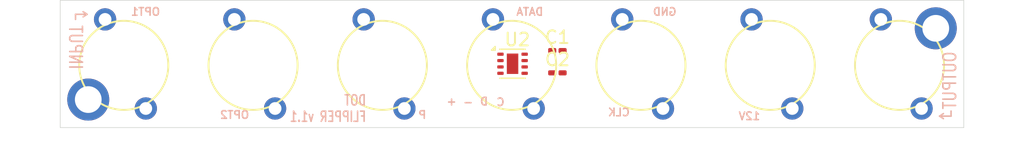
<source format=kicad_pcb>
(kicad_pcb (version 20240108) (generator "pcbnew") (generator_version "8.0")
  (layers (0 "F.Cu" signal) (31 "B.Cu" signal) (34 "B.Paste" user) (35 "F.Paste" user) (36 "B.SilkS" user "B.Silkscreen") (37 "F.SilkS" user "F.Silkscreen") (38 "B.Mask" user) (39 "F.Mask" user) (44 "Edge.Cuts" user))
  (net 0 "")
  (net 9 "GND")
  (net 16 "Net-(U2-VCC)")
  (net 17 "Net-(U2-VM)")
  (footprint "dot_flipper:7_flip_dots" (layer "F.Cu") (at 36.109501 61.265001)
    (property "Reference" "U1" (hide yes))
    (property "Value" "7_flip_dots" (hide yes))
    (fp_circle (center 1.47 3.61) (end 4.97 3.61) (stroke (width 0.15)) (fill none) (layer "F.SilkS"))
    (fp_circle (center 11.63 3.61) (end 15.13 3.61) (stroke (width 0.15)) (fill none) (layer "F.SilkS"))
    (fp_circle (center 21.79 3.61) (end 25.29 3.61) (stroke (width 0.15)) (fill none) (layer "F.SilkS"))
    (fp_circle (center 31.95 3.61) (end 35.45 3.61) (stroke (width 0.15)) (fill none) (layer "F.SilkS"))
    (fp_circle (center 42.11 3.61) (end 45.61 3.61) (stroke (width 0.15)) (fill none) (layer "F.SilkS"))
    (fp_circle (center 52.27 3.61) (end 55.77 3.61) (stroke (width 0.15)) (fill none) (layer "F.SilkS"))
    (fp_circle (center 62.43 3.61) (end 65.93 3.61) (stroke (width 0.15)) (fill none) (layer "F.SilkS"))
    (pad "1-UA" thru_hole circle (at 0 0) (size 1.75 1.75) (drill 1) (layers "*.Cu" "*.Mask"))
    (pad "1-UB" thru_hole circle (at 10.16 0) (size 1.75 1.75) (drill 1) (layers "*.Cu" "*.Mask"))
    (pad "1-UC" thru_hole circle (at 20.32 0) (size 1.75 1.75) (drill 1) (layers "*.Cu" "*.Mask"))
    (pad "1-UD" thru_hole circle (at 30.48 0) (size 1.75 1.75) (drill 1) (layers "*.Cu" "*.Mask"))
    (pad "1-UE" thru_hole circle (at 40.64 0) (size 1.75 1.75) (drill 1) (layers "*.Cu" "*.Mask"))
    (pad "1-UF" thru_hole circle (at 50.8 0) (size 1.75 1.75) (drill 1) (layers "*.Cu" "*.Mask"))
    (pad "1-UG" thru_hole circle (at 60.96 0) (size 1.75 1.75) (drill 1) (layers "*.Cu" "*.Mask"))
    (pad "2-UA" thru_hole circle (at 3.2 7) (size 1.75 1.75) (drill 1) (layers "*.Cu" "*.Mask"))
    (pad "2-UB" thru_hole circle (at 13.36 7) (size 1.75 1.75) (drill 1) (layers "*.Cu" "*.Mask"))
    (pad "2-UC" thru_hole circle (at 23.52 7) (size 1.75 1.75) (drill 1) (layers "*.Cu" "*.Mask"))
    (pad "2-UD" thru_hole circle (at 33.68 7) (size 1.75 1.75) (drill 1) (layers "*.Cu" "*.Mask"))
    (pad "2-UE" thru_hole circle (at 43.84 7) (size 1.75 1.75) (drill 1) (layers "*.Cu" "*.Mask"))
    (pad "2-UF" thru_hole circle (at 54 7) (size 1.75 1.75) (drill 1) (layers "*.Cu" "*.Mask"))
    (pad "2-UG" thru_hole circle (at 64.16 7) (size 1.75 1.75) (drill 1) (layers "*.Cu" "*.Mask"))
  )
  (footprint "dot_flipper:MountingHole_2.2mm_M2_Pad_thin" (layer "F.Cu") (at 34.787001 67.565001)
    (property "Reference" "H1" (hide yes))
    (property "Value" "MountingHole_Pad")
    (pad "1" thru_hole circle (at 0 0) (size 3.3 3.3) (drill 2.1) (layers "*.Cu" "*.Mask") (net 9 "GND"))
  )
  (footprint "dot_flipper:MountingHole_2.2mm_M2_Pad_thin" (layer "F.Cu") (at 101.387001 61.965001)
    (property "Reference" "H2" (hide yes))
    (property "Value" "MountingHole_Pad")
    (pad "1" thru_hole circle (at 0 0) (size 3.3 3.3) (drill 2.1) (layers "*.Cu" "*.Mask") (net 9 "GND"))
  )
  (footprint "Capacitor_SMD:C_0201_0603Metric_Pad0.64x0.40mm_HandSolder" (layer "F.Cu") (at 71.654501 63.715001)
    (property "Reference" "C1" (at 0 -1.05 0) (layer "F.SilkS"))
    (property "Value" "C")
    (pad "1" smd roundrect (at -0.4075 0) (size 0.635 0.4) (layers "F.Cu" "F.Mask") (net 16 "Net-(U2-VCC)"))
    (pad "2" smd roundrect (at 0.4075 0) (size 0.635 0.4) (layers "F.Cu" "F.Mask") (net 9 "GND"))
  )
  (footprint "Package_SON:WSON-8-1EP_2x2mm_P0.5mm_EP0.9x1.6mm" (layer "F.Cu") (at 68.129501 64.750001)
    (property "Reference" "U2" (at 0.38 -1.9 0) (layer "F.SilkS"))
    (property "Value" "DRV8837C")
    (fp_line (start -1.01 -1.14) (end 0.99 -1.14) (stroke (width 0.12)) (layer "F.SilkS"))
    (fp_line (start -1 1.14) (end 1 1.14) (stroke (width 0.12)) (layer "F.SilkS"))
    (fp_poly (pts (xy -1.37 -1.07) (xy -1.65 -1.07) (xy -1.37 -1.35) (xy -1.37 -1.07)) (stroke (width 0.12)) (fill solid) (layer "F.SilkS"))
    (pad "1" smd roundrect (at -0.95 -0.75) (size 0.5 0.25) (layers "F.Cu" "F.Paste" "F.Mask") (net 17 "Net-(U2-VM)"))
    (pad "2" smd roundrect (at -0.95 -0.25) (size 0.5 0.25) (layers "F.Cu" "F.Paste" "F.Mask"))
    (pad "3" smd roundrect (at -0.95 0.25) (size 0.5 0.25) (layers "F.Cu" "F.Paste" "F.Mask"))
    (pad "4" smd roundrect (at -0.95 0.75) (size 0.5 0.25) (layers "F.Cu" "F.Paste" "F.Mask") (net 9 "GND"))
    (pad "5" smd roundrect (at 0.95 0.75) (size 0.5 0.25) (layers "F.Cu" "F.Paste" "F.Mask"))
    (pad "6" smd roundrect (at 0.95 0.25) (size 0.5 0.25) (layers "F.Cu" "F.Paste" "F.Mask"))
    (pad "7" smd roundrect (at 0.95 -0.25) (size 0.5 0.25) (layers "F.Cu" "F.Paste" "F.Mask"))
    (pad "8" smd roundrect (at 0.95 -0.75) (size 0.5 0.25) (layers "F.Cu" "F.Paste" "F.Mask") (net 16 "Net-(U2-VCC)"))
    (pad "9" smd rect (at 0 0) (size 0.9 1.6) (layers "F.Cu" "F.Mask") (net 9 "GND"))
  )
  (footprint "Capacitor_SMD:C_0201_0603Metric_Pad0.64x0.40mm_HandSolder" (layer "F.Cu") (at 71.654501 65.465001)
    (property "Reference" "C2" (at 0 -1.05 0) (layer "F.SilkS"))
    (property "Value" "C")
    (pad "1" smd roundrect (at -0.4075 0) (size 0.635 0.4) (layers "F.Cu" "F.Mask") (net 17 "Net-(U2-VM)"))
    (pad "2" smd roundrect (at 0.4075 0) (size 0.635 0.4) (layers "F.Cu" "F.Mask") (net 9 "GND"))
  )
  (gr_line (start 34.387001 60.665001) (end 34.687001 60.865001) (stroke (width 0.12)) (layer "B.SilkS"))
  (gr_line (start 34.387001 61.065001) (end 34.687001 60.865001) (stroke (width 0.12)) (layer "B.SilkS"))
  (gr_line (start 101.987001 69.065001) (end 101.687001 68.865001) (stroke (width 0.12)) (layer "B.SilkS"))
  (gr_line (start 101.987001 68.665001) (end 101.687001 68.865001) (stroke (width 0.12)) (layer "B.SilkS"))
  (gr_line (start 102.587001 68.465001) (end 102.587001 68.865001) (stroke (width 0.12)) (layer "B.SilkS"))
  (gr_line (start 102.587001 68.865001) (end 101.687001 68.865001) (stroke (width 0.12)) (layer "B.SilkS"))
  (gr_line (start 34.687001 60.865001) (end 34.387001 60.665001) (stroke (width 0.12)) (layer "B.SilkS"))
  (gr_line (start 33.787001 60.865001) (end 34.687001 60.865001) (stroke (width 0.12)) (layer "B.SilkS"))
  (gr_line (start 33.787001 61.265001) (end 33.787001 60.865001) (stroke (width 0.12)) (layer "B.SilkS"))
  (gr_line (start 103.587001 69.765001) (end 32.587001 69.765001) (stroke (width 0.05)) (layer "Edge.Cuts"))
  (gr_line (start 103.587001 59.765001) (end 103.587001 69.765001) (stroke (width 0.05)) (layer "Edge.Cuts"))
  (gr_line (start 32.587001 69.765001) (end 32.587001 59.765001) (stroke (width 0.05)) (layer "Edge.Cuts"))
  (gr_line (start 32.587001 59.765001) (end 103.587001 59.765001) (stroke (width 0.05)) (layer "Edge.Cuts"))
  (gr_text "OUTPUT" (at 102.487001 66.065001 90) (layer "B.SilkS") (effects (font (size 1 0.8) (thickness 0.125)) (justify mirror)))
  (gr_text "12V" (at 86.737001 68.865001 0) (layer "B.SilkS") (effects (font (size 0.6 0.6) (thickness 0.12)) (justify mirror)))
  (gr_text "DOT\nFLIPPER v1.1" (at 56.687001 68.265001 0) (layer "B.SilkS") (effects (font (size 0.8 0.6) (thickness 0.12)) (justify left mirror)))
  (gr_text "P" (at 61.037001 68.765001 0) (layer "B.SilkS") (effects (font (size 0.6 0.6) (thickness 0.12)) (justify mirror)))
  (gr_text "C" (at 67.187001 67.765001 0) (layer "B.SilkS") (effects (font (size 0.6 0.6) (thickness 0.12)) (justify mirror)))
  (gr_text "OPT2" (at 46.287001 68.765001 0) (layer "B.SilkS") (effects (font (size 0.6 0.6) (thickness 0.12)) (justify mirror)))
  (gr_text "+" (at 63.337001 67.715001 0) (layer "B.SilkS") (effects (font (size 0.6 0.6) (thickness 0.12)) (justify mirror)))
  (gr_text "DATA" (at 69.487001 60.665001 0) (layer "B.SilkS") (effects (font (size 0.6 0.6) (thickness 0.12)) (justify mirror)))
  (gr_text "CLK" (at 76.487001 68.565001 0) (layer "B.SilkS") (effects (font (size 0.6 0.6) (thickness 0.12)) (justify mirror)))
  (gr_text "OPT1" (at 39.287001 60.665001 0) (layer "B.SilkS") (effects (font (size 0.6 0.6) (thickness 0.12)) (justify mirror)))
  (gr_text "INPUT" (at 33.787001 63.465001 270) (layer "B.SilkS") (effects (font (size 1 0.8) (thickness 0.125)) (justify mirror)))
  (gr_text "GND" (at 80.087001 60.665001 0) (layer "B.SilkS") (effects (font (size 0.6 0.6) (thickness 0.12)) (justify mirror)))
  (gr_text "-" (at 64.637001 67.765001 0) (layer "B.SilkS") (effects (font (size 0.6 0.6) (thickness 0.12)) (justify mirror)))
  (gr_text "D" (at 65.887001 67.715001 0) (layer "B.SilkS") (effects (font (size 0.6 0.6) (thickness 0.12)) (justify mirror)))
)
</source>
